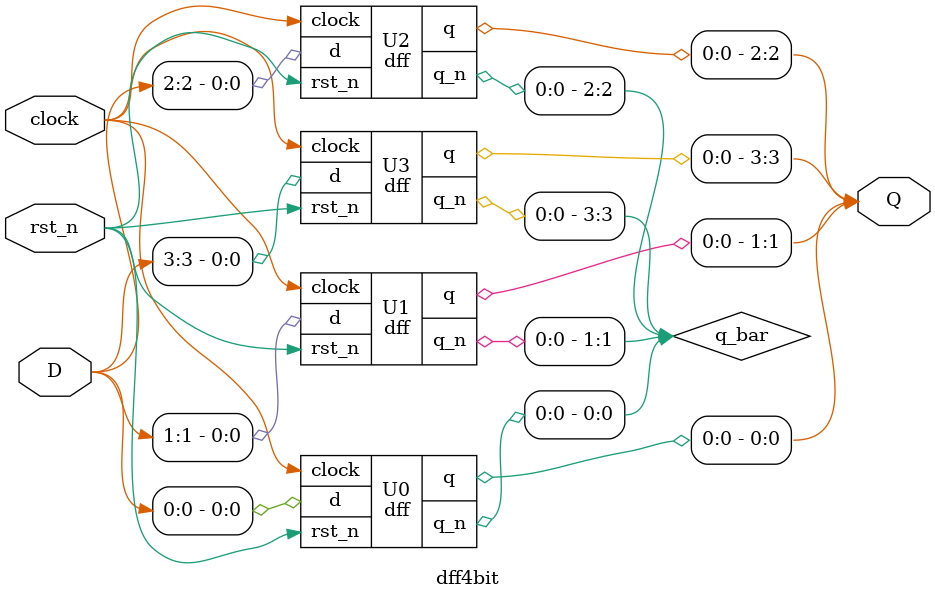
<source format=v>
module dff (
  input rst_n, clock,
  input d,
  output reg q,
  output q_n
);

  always @(posedge clock )
    if( !rst_n )
      q <= 0;
    else
      q <= d;

  assign q_n = ~q;

endmodule

module dff4bit (
  input rst_n, clock,
  input [3:0] D,
  output [3:0] Q
);

  wire [3:0] q_bar;

  dff U0 ( rst_n, clock, D[0], Q[0], q_bar[0] );
  dff U1 ( rst_n, clock, D[1], Q[1], q_bar[1] );
  dff U2 ( rst_n, clock, D[2], Q[2], q_bar[2] );
  dff U3 ( rst_n, clock, D[3], Q[3], q_bar[3] );

endmodule

</source>
